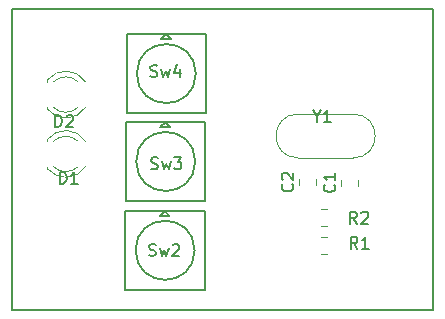
<source format=gbr>
G04 #@! TF.GenerationSoftware,KiCad,Pcbnew,(5.0.0)*
G04 #@! TF.CreationDate,2018-10-04T10:38:30-06:00*
G04 #@! TF.ProjectId,Medidor_lata,4D656469646F725F6C6174612E6B6963,rev?*
G04 #@! TF.SameCoordinates,Original*
G04 #@! TF.FileFunction,Legend,Top*
G04 #@! TF.FilePolarity,Positive*
%FSLAX46Y46*%
G04 Gerber Fmt 4.6, Leading zero omitted, Abs format (unit mm)*
G04 Created by KiCad (PCBNEW (5.0.0)) date 10/04/18 10:38:30*
%MOMM*%
%LPD*%
G01*
G04 APERTURE LIST*
%ADD10C,0.200000*%
%ADD11C,0.120000*%
%ADD12C,0.150000*%
%ADD13C,0.170000*%
G04 APERTURE END LIST*
D10*
X128500000Y-108200000D02*
X164200000Y-108200000D01*
X128500000Y-82700000D02*
X128500000Y-108100000D01*
X164200000Y-82700000D02*
X128500000Y-82700000D01*
X164200000Y-108200000D02*
X164200000Y-82700000D01*
D11*
G04 #@! TO.C,D2*
X134743335Y-88862792D02*
G75*
G03X131511000Y-88705884I-1672335J-1078608D01*
G01*
X134743335Y-91020008D02*
G75*
G02X131511000Y-91176916I-1672335J1078608D01*
G01*
X134112130Y-88861563D02*
G75*
G03X132030039Y-88861400I-1041130J-1079837D01*
G01*
X134112130Y-91021237D02*
G75*
G02X132030039Y-91021400I-1041130J1079837D01*
G01*
X131511000Y-88705400D02*
X131511000Y-88861400D01*
X131511000Y-91021400D02*
X131511000Y-91177400D01*
G04 #@! TO.C,C2*
X154253000Y-97616778D02*
X154253000Y-97099622D01*
X152833000Y-97616778D02*
X152833000Y-97099622D01*
G04 #@! TO.C,C1*
X156389000Y-97667578D02*
X156389000Y-97150422D01*
X157809000Y-97667578D02*
X157809000Y-97150422D01*
D10*
G04 #@! TO.C,Sw4*
X138220000Y-91523400D02*
X138220000Y-84803400D01*
X144080000Y-88163400D02*
G75*
G03X144080000Y-88163400I-2500000J0D01*
G01*
X138220000Y-84803400D02*
X144940000Y-84803400D01*
X144940000Y-84803400D02*
X144940000Y-91523400D01*
X144940000Y-91523400D02*
X138220000Y-91523400D01*
X141590000Y-84813400D02*
X141130000Y-85253400D01*
X141130000Y-85253400D02*
X141940000Y-85243400D01*
X141940000Y-85243400D02*
X141560000Y-84833400D01*
G04 #@! TO.C,Sw3*
X141889000Y-92685600D02*
X141509000Y-92275600D01*
X141079000Y-92695600D02*
X141889000Y-92685600D01*
X141539000Y-92255600D02*
X141079000Y-92695600D01*
X144889000Y-98965600D02*
X138169000Y-98965600D01*
X144889000Y-92245600D02*
X144889000Y-98965600D01*
X138169000Y-92245600D02*
X144889000Y-92245600D01*
X144029000Y-95605600D02*
G75*
G03X144029000Y-95605600I-2500000J0D01*
G01*
X138169000Y-98965600D02*
X138169000Y-92245600D01*
G04 #@! TO.C,Sw2*
X138118000Y-106484000D02*
X138118000Y-99764000D01*
X143978000Y-103124000D02*
G75*
G03X143978000Y-103124000I-2500000J0D01*
G01*
X138118000Y-99764000D02*
X144838000Y-99764000D01*
X144838000Y-99764000D02*
X144838000Y-106484000D01*
X144838000Y-106484000D02*
X138118000Y-106484000D01*
X141488000Y-99774000D02*
X141028000Y-100214000D01*
X141028000Y-100214000D02*
X141838000Y-100204000D01*
X141838000Y-100204000D02*
X141458000Y-99794000D01*
D11*
G04 #@! TO.C,D1*
X134743335Y-93891992D02*
G75*
G03X131511000Y-93735084I-1672335J-1078608D01*
G01*
X134743335Y-96049208D02*
G75*
G02X131511000Y-96206116I-1672335J1078608D01*
G01*
X134112130Y-93890763D02*
G75*
G03X132030039Y-93890600I-1041130J-1079837D01*
G01*
X134112130Y-96050437D02*
G75*
G02X132030039Y-96050600I-1041130J1079837D01*
G01*
X131511000Y-93734600D02*
X131511000Y-93890600D01*
X131511000Y-96050600D02*
X131511000Y-96206600D01*
G04 #@! TO.C,R1*
X154706422Y-101982000D02*
X155223578Y-101982000D01*
X154706422Y-103402000D02*
X155223578Y-103402000D01*
G04 #@! TO.C,R2*
X154706422Y-101091000D02*
X155223578Y-101091000D01*
X154706422Y-99671000D02*
X155223578Y-99671000D01*
G04 #@! TO.C,Y1*
X157422000Y-95296600D02*
X152722000Y-95296600D01*
X157422000Y-91596600D02*
X152722000Y-91596600D01*
X157422000Y-91596600D02*
G75*
G02X157422000Y-95296600I0J-1850000D01*
G01*
X152722000Y-91596600D02*
G75*
G03X152722000Y-95296600I0J-1850000D01*
G01*
G04 #@! TO.C,D2*
D12*
X132180504Y-92679780D02*
X132180504Y-91679780D01*
X132418600Y-91679780D01*
X132561457Y-91727400D01*
X132656695Y-91822638D01*
X132704314Y-91917876D01*
X132751933Y-92108352D01*
X132751933Y-92251209D01*
X132704314Y-92441685D01*
X132656695Y-92536923D01*
X132561457Y-92632161D01*
X132418600Y-92679780D01*
X132180504Y-92679780D01*
X133132885Y-91775019D02*
X133180504Y-91727400D01*
X133275742Y-91679780D01*
X133513838Y-91679780D01*
X133609076Y-91727400D01*
X133656695Y-91775019D01*
X133704314Y-91870257D01*
X133704314Y-91965495D01*
X133656695Y-92108352D01*
X133085266Y-92679780D01*
X133704314Y-92679780D01*
G04 #@! TO.C,C2*
X152250142Y-97524866D02*
X152297761Y-97572485D01*
X152345380Y-97715342D01*
X152345380Y-97810580D01*
X152297761Y-97953438D01*
X152202523Y-98048676D01*
X152107285Y-98096295D01*
X151916809Y-98143914D01*
X151773952Y-98143914D01*
X151583476Y-98096295D01*
X151488238Y-98048676D01*
X151393000Y-97953438D01*
X151345380Y-97810580D01*
X151345380Y-97715342D01*
X151393000Y-97572485D01*
X151440619Y-97524866D01*
X151440619Y-97143914D02*
X151393000Y-97096295D01*
X151345380Y-97001057D01*
X151345380Y-96762961D01*
X151393000Y-96667723D01*
X151440619Y-96620104D01*
X151535857Y-96572485D01*
X151631095Y-96572485D01*
X151773952Y-96620104D01*
X152345380Y-97191533D01*
X152345380Y-96572485D01*
G04 #@! TO.C,C1*
X155806142Y-97575666D02*
X155853761Y-97623285D01*
X155901380Y-97766142D01*
X155901380Y-97861380D01*
X155853761Y-98004238D01*
X155758523Y-98099476D01*
X155663285Y-98147095D01*
X155472809Y-98194714D01*
X155329952Y-98194714D01*
X155139476Y-98147095D01*
X155044238Y-98099476D01*
X154949000Y-98004238D01*
X154901380Y-97861380D01*
X154901380Y-97766142D01*
X154949000Y-97623285D01*
X154996619Y-97575666D01*
X155901380Y-96623285D02*
X155901380Y-97194714D01*
X155901380Y-96909000D02*
X154901380Y-96909000D01*
X155044238Y-97004238D01*
X155139476Y-97099476D01*
X155187095Y-97194714D01*
G04 #@! TO.C,Sw4*
D13*
X140243485Y-88390361D02*
X140386342Y-88437980D01*
X140624438Y-88437980D01*
X140719676Y-88390361D01*
X140767295Y-88342742D01*
X140814914Y-88247504D01*
X140814914Y-88152266D01*
X140767295Y-88057028D01*
X140719676Y-88009409D01*
X140624438Y-87961790D01*
X140433961Y-87914171D01*
X140338723Y-87866552D01*
X140291104Y-87818933D01*
X140243485Y-87723695D01*
X140243485Y-87628457D01*
X140291104Y-87533219D01*
X140338723Y-87485600D01*
X140433961Y-87437980D01*
X140672057Y-87437980D01*
X140814914Y-87485600D01*
X141148247Y-87771314D02*
X141338723Y-88437980D01*
X141529200Y-87961790D01*
X141719676Y-88437980D01*
X141910152Y-87771314D01*
X142719676Y-87771314D02*
X142719676Y-88437980D01*
X142481580Y-87390361D02*
X142243485Y-88104647D01*
X142862533Y-88104647D01*
G04 #@! TO.C,Sw3*
X140294085Y-96213561D02*
X140436942Y-96261180D01*
X140675038Y-96261180D01*
X140770276Y-96213561D01*
X140817895Y-96165942D01*
X140865514Y-96070704D01*
X140865514Y-95975466D01*
X140817895Y-95880228D01*
X140770276Y-95832609D01*
X140675038Y-95784990D01*
X140484561Y-95737371D01*
X140389323Y-95689752D01*
X140341704Y-95642133D01*
X140294085Y-95546895D01*
X140294085Y-95451657D01*
X140341704Y-95356419D01*
X140389323Y-95308800D01*
X140484561Y-95261180D01*
X140722657Y-95261180D01*
X140865514Y-95308800D01*
X141198847Y-95594514D02*
X141389323Y-96261180D01*
X141579800Y-95784990D01*
X141770276Y-96261180D01*
X141960752Y-95594514D01*
X142246466Y-95261180D02*
X142865514Y-95261180D01*
X142532180Y-95642133D01*
X142675038Y-95642133D01*
X142770276Y-95689752D01*
X142817895Y-95737371D01*
X142865514Y-95832609D01*
X142865514Y-96070704D01*
X142817895Y-96165942D01*
X142770276Y-96213561D01*
X142675038Y-96261180D01*
X142389323Y-96261180D01*
X142294085Y-96213561D01*
X142246466Y-96165942D01*
G04 #@! TO.C,Sw2*
X140116085Y-103554161D02*
X140258942Y-103601780D01*
X140497038Y-103601780D01*
X140592276Y-103554161D01*
X140639895Y-103506542D01*
X140687514Y-103411304D01*
X140687514Y-103316066D01*
X140639895Y-103220828D01*
X140592276Y-103173209D01*
X140497038Y-103125590D01*
X140306561Y-103077971D01*
X140211323Y-103030352D01*
X140163704Y-102982733D01*
X140116085Y-102887495D01*
X140116085Y-102792257D01*
X140163704Y-102697019D01*
X140211323Y-102649400D01*
X140306561Y-102601780D01*
X140544657Y-102601780D01*
X140687514Y-102649400D01*
X141020847Y-102935114D02*
X141211323Y-103601780D01*
X141401800Y-103125590D01*
X141592276Y-103601780D01*
X141782752Y-102935114D01*
X142116085Y-102697019D02*
X142163704Y-102649400D01*
X142258942Y-102601780D01*
X142497038Y-102601780D01*
X142592276Y-102649400D01*
X142639895Y-102697019D01*
X142687514Y-102792257D01*
X142687514Y-102887495D01*
X142639895Y-103030352D01*
X142068466Y-103601780D01*
X142687514Y-103601780D01*
G04 #@! TO.C,D1*
D12*
X132561504Y-97480380D02*
X132561504Y-96480380D01*
X132799600Y-96480380D01*
X132942457Y-96528000D01*
X133037695Y-96623238D01*
X133085314Y-96718476D01*
X133132933Y-96908952D01*
X133132933Y-97051809D01*
X133085314Y-97242285D01*
X133037695Y-97337523D01*
X132942457Y-97432761D01*
X132799600Y-97480380D01*
X132561504Y-97480380D01*
X134085314Y-97480380D02*
X133513885Y-97480380D01*
X133799600Y-97480380D02*
X133799600Y-96480380D01*
X133704361Y-96623238D01*
X133609123Y-96718476D01*
X133513885Y-96766095D01*
G04 #@! TO.C,R1*
X157770133Y-102991980D02*
X157436800Y-102515790D01*
X157198704Y-102991980D02*
X157198704Y-101991980D01*
X157579657Y-101991980D01*
X157674895Y-102039600D01*
X157722514Y-102087219D01*
X157770133Y-102182457D01*
X157770133Y-102325314D01*
X157722514Y-102420552D01*
X157674895Y-102468171D01*
X157579657Y-102515790D01*
X157198704Y-102515790D01*
X158722514Y-102991980D02*
X158151085Y-102991980D01*
X158436800Y-102991980D02*
X158436800Y-101991980D01*
X158341561Y-102134838D01*
X158246323Y-102230076D01*
X158151085Y-102277695D01*
G04 #@! TO.C,R2*
X157719333Y-100858780D02*
X157386000Y-100382590D01*
X157147904Y-100858780D02*
X157147904Y-99858780D01*
X157528857Y-99858780D01*
X157624095Y-99906400D01*
X157671714Y-99954019D01*
X157719333Y-100049257D01*
X157719333Y-100192114D01*
X157671714Y-100287352D01*
X157624095Y-100334971D01*
X157528857Y-100382590D01*
X157147904Y-100382590D01*
X158100285Y-99954019D02*
X158147904Y-99906400D01*
X158243142Y-99858780D01*
X158481238Y-99858780D01*
X158576476Y-99906400D01*
X158624095Y-99954019D01*
X158671714Y-100049257D01*
X158671714Y-100144495D01*
X158624095Y-100287352D01*
X158052666Y-100858780D01*
X158671714Y-100858780D01*
G04 #@! TO.C,Y1*
X154311409Y-91771790D02*
X154311409Y-92247980D01*
X153978076Y-91247980D02*
X154311409Y-91771790D01*
X154644742Y-91247980D01*
X155501885Y-92247980D02*
X154930457Y-92247980D01*
X155216171Y-92247980D02*
X155216171Y-91247980D01*
X155120933Y-91390838D01*
X155025695Y-91486076D01*
X154930457Y-91533695D01*
G04 #@! TD*
M02*

</source>
